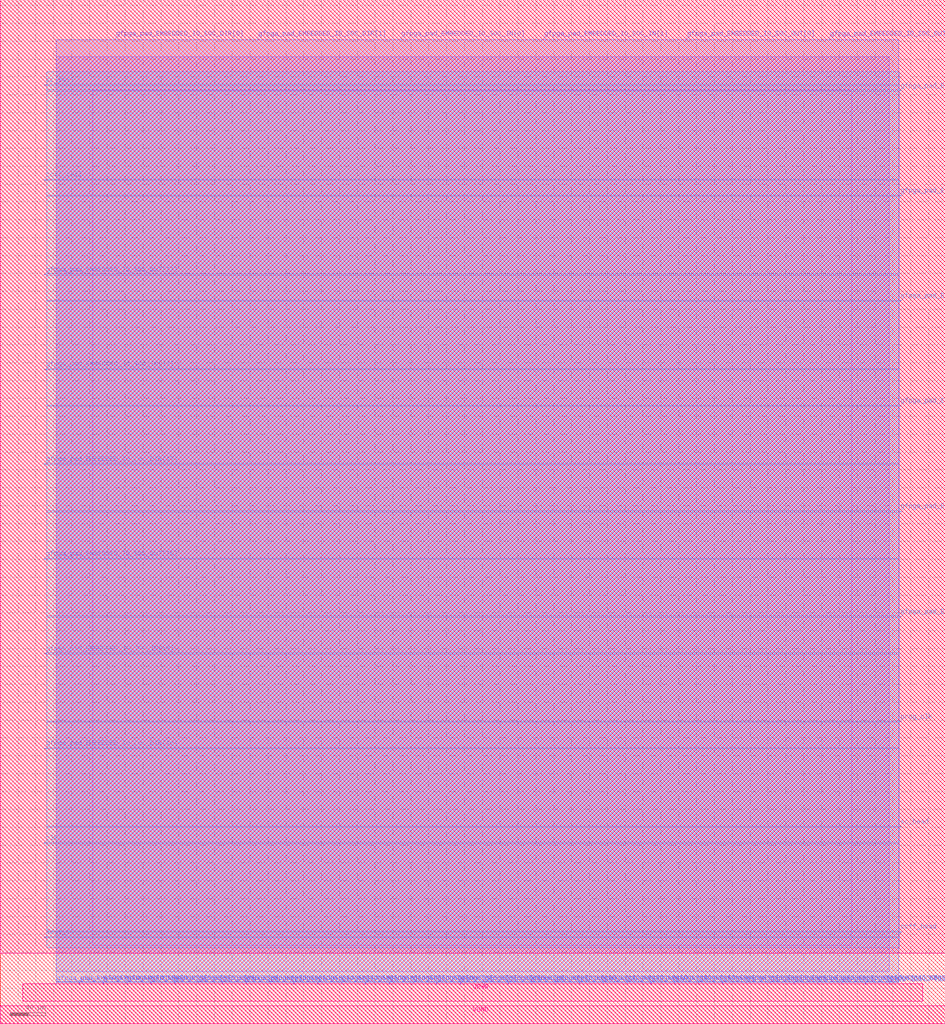
<source format=lef>
VERSION 5.7 ;
  NOWIREEXTENSIONATPIN ON ;
  DIVIDERCHAR "/" ;
  BUSBITCHARS "[]" ;
MACRO fpga_core
  CLASS BLOCK ;
  FOREIGN fpga_core ;
  ORIGIN 0.000 0.000 ;
  SIZE 1058.520 BY 1146.320 ;
  PIN Test_en
    DIRECTION INPUT ;
    PORT
      LAYER met3 ;
        RECT 49.480 96.520 51.880 97.120 ;
    END
  END Test_en
  PIN ccff_head
    DIRECTION INPUT ;
    PORT
      LAYER met3 ;
        RECT 1007.080 102.640 1009.480 103.240 ;
    END
  END ccff_head
  PIN ccff_tail
    DIRECTION OUTPUT TRISTATE ;
    PORT
      LAYER met3 ;
        RECT 49.480 944.480 51.880 945.080 ;
    END
  END ccff_tail
  PIN clk
    DIRECTION INPUT ;
    PORT
      LAYER met3 ;
        RECT 49.480 201.920 51.880 202.520 ;
    END
  END clk
  PIN gfpga_pad_EMBEDDED_IO_SOC_DIR[0]
    DIRECTION OUTPUT TRISTATE ;
    PORT
      LAYER met2 ;
        RECT 129.150 1101.720 129.430 1104.120 ;
    END
  END gfpga_pad_EMBEDDED_IO_SOC_DIR[0]
  PIN gfpga_pad_EMBEDDED_IO_SOC_DIR[10]
    DIRECTION OUTPUT TRISTATE ;
    PORT
      LAYER met2 ;
        RECT 542.230 44.120 542.510 46.520 ;
    END
  END gfpga_pad_EMBEDDED_IO_SOC_DIR[10]
  PIN gfpga_pad_EMBEDDED_IO_SOC_DIR[11]
    DIRECTION OUTPUT TRISTATE ;
    PORT
      LAYER met2 ;
        RECT 568.910 44.120 569.190 46.520 ;
    END
  END gfpga_pad_EMBEDDED_IO_SOC_DIR[11]
  PIN gfpga_pad_EMBEDDED_IO_SOC_DIR[12]
    DIRECTION OUTPUT TRISTATE ;
    PORT
      LAYER met2 ;
        RECT 595.590 44.120 595.870 46.520 ;
    END
  END gfpga_pad_EMBEDDED_IO_SOC_DIR[12]
  PIN gfpga_pad_EMBEDDED_IO_SOC_DIR[13]
    DIRECTION OUTPUT TRISTATE ;
    PORT
      LAYER met2 ;
        RECT 622.270 44.120 622.550 46.520 ;
    END
  END gfpga_pad_EMBEDDED_IO_SOC_DIR[13]
  PIN gfpga_pad_EMBEDDED_IO_SOC_DIR[14]
    DIRECTION OUTPUT TRISTATE ;
    PORT
      LAYER met2 ;
        RECT 648.950 44.120 649.230 46.520 ;
    END
  END gfpga_pad_EMBEDDED_IO_SOC_DIR[14]
  PIN gfpga_pad_EMBEDDED_IO_SOC_DIR[15]
    DIRECTION OUTPUT TRISTATE ;
    PORT
      LAYER met2 ;
        RECT 675.630 44.120 675.910 46.520 ;
    END
  END gfpga_pad_EMBEDDED_IO_SOC_DIR[15]
  PIN gfpga_pad_EMBEDDED_IO_SOC_DIR[16]
    DIRECTION OUTPUT TRISTATE ;
    PORT
      LAYER met3 ;
        RECT 49.480 308.000 51.880 308.600 ;
    END
  END gfpga_pad_EMBEDDED_IO_SOC_DIR[16]
  PIN gfpga_pad_EMBEDDED_IO_SOC_DIR[17]
    DIRECTION OUTPUT TRISTATE ;
    PORT
      LAYER met3 ;
        RECT 49.480 626.240 51.880 626.840 ;
    END
  END gfpga_pad_EMBEDDED_IO_SOC_DIR[17]
  PIN gfpga_pad_EMBEDDED_IO_SOC_DIR[1]
    DIRECTION OUTPUT TRISTATE ;
    PORT
      LAYER met2 ;
        RECT 288.770 1101.720 289.050 1104.120 ;
    END
  END gfpga_pad_EMBEDDED_IO_SOC_DIR[1]
  PIN gfpga_pad_EMBEDDED_IO_SOC_DIR[2]
    DIRECTION OUTPUT TRISTATE ;
    PORT
      LAYER met3 ;
        RECT 1007.080 455.560 1009.480 456.160 ;
    END
  END gfpga_pad_EMBEDDED_IO_SOC_DIR[2]
  PIN gfpga_pad_EMBEDDED_IO_SOC_DIR[3]
    DIRECTION OUTPUT TRISTATE ;
    PORT
      LAYER met3 ;
        RECT 1007.080 573.200 1009.480 573.800 ;
    END
  END gfpga_pad_EMBEDDED_IO_SOC_DIR[3]
  PIN gfpga_pad_EMBEDDED_IO_SOC_DIR[4]
    DIRECTION OUTPUT TRISTATE ;
    PORT
      LAYER met2 ;
        RECT 62.450 44.120 62.730 46.520 ;
    END
  END gfpga_pad_EMBEDDED_IO_SOC_DIR[4]
  PIN gfpga_pad_EMBEDDED_IO_SOC_DIR[5]
    DIRECTION OUTPUT TRISTATE ;
    PORT
      LAYER met2 ;
        RECT 88.670 44.120 88.950 46.520 ;
    END
  END gfpga_pad_EMBEDDED_IO_SOC_DIR[5]
  PIN gfpga_pad_EMBEDDED_IO_SOC_DIR[6]
    DIRECTION OUTPUT TRISTATE ;
    PORT
      LAYER met2 ;
        RECT 115.350 44.120 115.630 46.520 ;
    END
  END gfpga_pad_EMBEDDED_IO_SOC_DIR[6]
  PIN gfpga_pad_EMBEDDED_IO_SOC_DIR[7]
    DIRECTION OUTPUT TRISTATE ;
    PORT
      LAYER met2 ;
        RECT 142.030 44.120 142.310 46.520 ;
    END
  END gfpga_pad_EMBEDDED_IO_SOC_DIR[7]
  PIN gfpga_pad_EMBEDDED_IO_SOC_DIR[8]
    DIRECTION OUTPUT TRISTATE ;
    PORT
      LAYER met2 ;
        RECT 168.710 44.120 168.990 46.520 ;
    END
  END gfpga_pad_EMBEDDED_IO_SOC_DIR[8]
  PIN gfpga_pad_EMBEDDED_IO_SOC_DIR[9]
    DIRECTION OUTPUT TRISTATE ;
    PORT
      LAYER met2 ;
        RECT 195.390 44.120 195.670 46.520 ;
    END
  END gfpga_pad_EMBEDDED_IO_SOC_DIR[9]
  PIN gfpga_pad_EMBEDDED_IO_SOC_IN[0]
    DIRECTION INPUT ;
    PORT
      LAYER met2 ;
        RECT 448.850 1101.720 449.130 1104.120 ;
    END
  END gfpga_pad_EMBEDDED_IO_SOC_IN[0]
  PIN gfpga_pad_EMBEDDED_IO_SOC_IN[10]
    DIRECTION INPUT ;
    PORT
      LAYER met2 ;
        RECT 702.310 44.120 702.590 46.520 ;
    END
  END gfpga_pad_EMBEDDED_IO_SOC_IN[10]
  PIN gfpga_pad_EMBEDDED_IO_SOC_IN[11]
    DIRECTION INPUT ;
    PORT
      LAYER met2 ;
        RECT 728.990 44.120 729.270 46.520 ;
    END
  END gfpga_pad_EMBEDDED_IO_SOC_IN[11]
  PIN gfpga_pad_EMBEDDED_IO_SOC_IN[12]
    DIRECTION INPUT ;
    PORT
      LAYER met2 ;
        RECT 755.670 44.120 755.950 46.520 ;
    END
  END gfpga_pad_EMBEDDED_IO_SOC_IN[12]
  PIN gfpga_pad_EMBEDDED_IO_SOC_IN[13]
    DIRECTION INPUT ;
    PORT
      LAYER met2 ;
        RECT 782.350 44.120 782.630 46.520 ;
    END
  END gfpga_pad_EMBEDDED_IO_SOC_IN[13]
  PIN gfpga_pad_EMBEDDED_IO_SOC_IN[14]
    DIRECTION INPUT ;
    PORT
      LAYER met2 ;
        RECT 809.030 44.120 809.310 46.520 ;
    END
  END gfpga_pad_EMBEDDED_IO_SOC_IN[14]
  PIN gfpga_pad_EMBEDDED_IO_SOC_IN[15]
    DIRECTION INPUT ;
    PORT
      LAYER met2 ;
        RECT 835.710 44.120 835.990 46.520 ;
    END
  END gfpga_pad_EMBEDDED_IO_SOC_IN[15]
  PIN gfpga_pad_EMBEDDED_IO_SOC_IN[16]
    DIRECTION INPUT ;
    PORT
      LAYER met3 ;
        RECT 49.480 414.080 51.880 414.680 ;
    END
  END gfpga_pad_EMBEDDED_IO_SOC_IN[16]
  PIN gfpga_pad_EMBEDDED_IO_SOC_IN[17]
    DIRECTION INPUT ;
    PORT
      LAYER met3 ;
        RECT 49.480 732.320 51.880 732.920 ;
    END
  END gfpga_pad_EMBEDDED_IO_SOC_IN[17]
  PIN gfpga_pad_EMBEDDED_IO_SOC_IN[1]
    DIRECTION INPUT ;
    PORT
      LAYER met2 ;
        RECT 608.930 1101.720 609.210 1104.120 ;
    END
  END gfpga_pad_EMBEDDED_IO_SOC_IN[1]
  PIN gfpga_pad_EMBEDDED_IO_SOC_IN[2]
    DIRECTION INPUT ;
    PORT
      LAYER met3 ;
        RECT 1007.080 691.520 1009.480 692.120 ;
    END
  END gfpga_pad_EMBEDDED_IO_SOC_IN[2]
  PIN gfpga_pad_EMBEDDED_IO_SOC_IN[3]
    DIRECTION INPUT ;
    PORT
      LAYER met3 ;
        RECT 1007.080 809.160 1009.480 809.760 ;
    END
  END gfpga_pad_EMBEDDED_IO_SOC_IN[3]
  PIN gfpga_pad_EMBEDDED_IO_SOC_IN[4]
    DIRECTION INPUT ;
    PORT
      LAYER met2 ;
        RECT 222.070 44.120 222.350 46.520 ;
    END
  END gfpga_pad_EMBEDDED_IO_SOC_IN[4]
  PIN gfpga_pad_EMBEDDED_IO_SOC_IN[5]
    DIRECTION INPUT ;
    PORT
      LAYER met2 ;
        RECT 248.750 44.120 249.030 46.520 ;
    END
  END gfpga_pad_EMBEDDED_IO_SOC_IN[5]
  PIN gfpga_pad_EMBEDDED_IO_SOC_IN[6]
    DIRECTION INPUT ;
    PORT
      LAYER met2 ;
        RECT 275.430 44.120 275.710 46.520 ;
    END
  END gfpga_pad_EMBEDDED_IO_SOC_IN[6]
  PIN gfpga_pad_EMBEDDED_IO_SOC_IN[7]
    DIRECTION INPUT ;
    PORT
      LAYER met2 ;
        RECT 302.110 44.120 302.390 46.520 ;
    END
  END gfpga_pad_EMBEDDED_IO_SOC_IN[7]
  PIN gfpga_pad_EMBEDDED_IO_SOC_IN[8]
    DIRECTION INPUT ;
    PORT
      LAYER met2 ;
        RECT 328.790 44.120 329.070 46.520 ;
    END
  END gfpga_pad_EMBEDDED_IO_SOC_IN[8]
  PIN gfpga_pad_EMBEDDED_IO_SOC_IN[9]
    DIRECTION INPUT ;
    PORT
      LAYER met2 ;
        RECT 355.470 44.120 355.750 46.520 ;
    END
  END gfpga_pad_EMBEDDED_IO_SOC_IN[9]
  PIN gfpga_pad_EMBEDDED_IO_SOC_OUT[0]
    DIRECTION OUTPUT TRISTATE ;
    PORT
      LAYER met2 ;
        RECT 769.010 1101.720 769.290 1104.120 ;
    END
  END gfpga_pad_EMBEDDED_IO_SOC_OUT[0]
  PIN gfpga_pad_EMBEDDED_IO_SOC_OUT[10]
    DIRECTION OUTPUT TRISTATE ;
    PORT
      LAYER met2 ;
        RECT 862.390 44.120 862.670 46.520 ;
    END
  END gfpga_pad_EMBEDDED_IO_SOC_OUT[10]
  PIN gfpga_pad_EMBEDDED_IO_SOC_OUT[11]
    DIRECTION OUTPUT TRISTATE ;
    PORT
      LAYER met2 ;
        RECT 889.070 44.120 889.350 46.520 ;
    END
  END gfpga_pad_EMBEDDED_IO_SOC_OUT[11]
  PIN gfpga_pad_EMBEDDED_IO_SOC_OUT[12]
    DIRECTION OUTPUT TRISTATE ;
    PORT
      LAYER met2 ;
        RECT 915.750 44.120 916.030 46.520 ;
    END
  END gfpga_pad_EMBEDDED_IO_SOC_OUT[12]
  PIN gfpga_pad_EMBEDDED_IO_SOC_OUT[13]
    DIRECTION OUTPUT TRISTATE ;
    PORT
      LAYER met2 ;
        RECT 942.430 44.120 942.710 46.520 ;
    END
  END gfpga_pad_EMBEDDED_IO_SOC_OUT[13]
  PIN gfpga_pad_EMBEDDED_IO_SOC_OUT[14]
    DIRECTION OUTPUT TRISTATE ;
    PORT
      LAYER met2 ;
        RECT 969.110 44.120 969.390 46.520 ;
    END
  END gfpga_pad_EMBEDDED_IO_SOC_OUT[14]
  PIN gfpga_pad_EMBEDDED_IO_SOC_OUT[15]
    DIRECTION OUTPUT TRISTATE ;
    PORT
      LAYER met2 ;
        RECT 995.790 44.120 996.070 46.520 ;
    END
  END gfpga_pad_EMBEDDED_IO_SOC_OUT[15]
  PIN gfpga_pad_EMBEDDED_IO_SOC_OUT[16]
    DIRECTION OUTPUT TRISTATE ;
    PORT
      LAYER met3 ;
        RECT 49.480 520.160 51.880 520.760 ;
    END
  END gfpga_pad_EMBEDDED_IO_SOC_OUT[16]
  PIN gfpga_pad_EMBEDDED_IO_SOC_OUT[17]
    DIRECTION OUTPUT TRISTATE ;
    PORT
      LAYER met3 ;
        RECT 49.480 838.400 51.880 839.000 ;
    END
  END gfpga_pad_EMBEDDED_IO_SOC_OUT[17]
  PIN gfpga_pad_EMBEDDED_IO_SOC_OUT[1]
    DIRECTION OUTPUT TRISTATE ;
    PORT
      LAYER met2 ;
        RECT 929.090 1101.720 929.370 1104.120 ;
    END
  END gfpga_pad_EMBEDDED_IO_SOC_OUT[1]
  PIN gfpga_pad_EMBEDDED_IO_SOC_OUT[2]
    DIRECTION OUTPUT TRISTATE ;
    PORT
      LAYER met3 ;
        RECT 1007.080 926.800 1009.480 927.400 ;
    END
  END gfpga_pad_EMBEDDED_IO_SOC_OUT[2]
  PIN gfpga_pad_EMBEDDED_IO_SOC_OUT[3]
    DIRECTION OUTPUT TRISTATE ;
    PORT
      LAYER met3 ;
        RECT 1007.080 1044.440 1009.480 1045.040 ;
    END
  END gfpga_pad_EMBEDDED_IO_SOC_OUT[3]
  PIN gfpga_pad_EMBEDDED_IO_SOC_OUT[4]
    DIRECTION OUTPUT TRISTATE ;
    PORT
      LAYER met2 ;
        RECT 382.150 44.120 382.430 46.520 ;
    END
  END gfpga_pad_EMBEDDED_IO_SOC_OUT[4]
  PIN gfpga_pad_EMBEDDED_IO_SOC_OUT[5]
    DIRECTION OUTPUT TRISTATE ;
    PORT
      LAYER met2 ;
        RECT 408.830 44.120 409.110 46.520 ;
    END
  END gfpga_pad_EMBEDDED_IO_SOC_OUT[5]
  PIN gfpga_pad_EMBEDDED_IO_SOC_OUT[6]
    DIRECTION OUTPUT TRISTATE ;
    PORT
      LAYER met2 ;
        RECT 435.510 44.120 435.790 46.520 ;
    END
  END gfpga_pad_EMBEDDED_IO_SOC_OUT[6]
  PIN gfpga_pad_EMBEDDED_IO_SOC_OUT[7]
    DIRECTION OUTPUT TRISTATE ;
    PORT
      LAYER met2 ;
        RECT 462.190 44.120 462.470 46.520 ;
    END
  END gfpga_pad_EMBEDDED_IO_SOC_OUT[7]
  PIN gfpga_pad_EMBEDDED_IO_SOC_OUT[8]
    DIRECTION OUTPUT TRISTATE ;
    PORT
      LAYER met2 ;
        RECT 488.870 44.120 489.150 46.520 ;
    END
  END gfpga_pad_EMBEDDED_IO_SOC_OUT[8]
  PIN gfpga_pad_EMBEDDED_IO_SOC_OUT[9]
    DIRECTION OUTPUT TRISTATE ;
    PORT
      LAYER met2 ;
        RECT 515.550 44.120 515.830 46.520 ;
    END
  END gfpga_pad_EMBEDDED_IO_SOC_OUT[9]
  PIN prog_clk
    DIRECTION INPUT ;
    PORT
      LAYER met3 ;
        RECT 1007.080 337.920 1009.480 338.520 ;
    END
  END prog_clk
  PIN sc_head
    DIRECTION INPUT ;
    PORT
      LAYER met3 ;
        RECT 1007.080 220.280 1009.480 220.880 ;
    END
  END sc_head
  PIN sc_tail
    DIRECTION OUTPUT TRISTATE ;
    PORT
      LAYER met3 ;
        RECT 49.480 1050.560 51.880 1051.160 ;
    END
  END sc_tail
  PIN VPWR
    DIRECTION INPUT ;
    USE POWER ;
    PORT
      LAYER met5 ;
        RECT 25.000 25.000 1033.520 45.000 ;
    END
  END VPWR
  PIN VGND
    DIRECTION INPUT ;
    USE GROUND ;
    PORT
      LAYER met5 ;
        RECT 0.000 0.000 1058.520 20.000 ;
    END
  END VGND
  OBS
      LAYER li1 ;
        RECT 103.555 88.065 953.800 1044.995 ;
      LAYER met1 ;
        RECT 62.430 58.440 996.090 1082.780 ;
      LAYER met2 ;
        RECT 62.460 1101.440 128.870 1101.720 ;
        RECT 129.710 1101.440 288.490 1101.720 ;
        RECT 289.330 1101.440 448.570 1101.720 ;
        RECT 449.410 1101.440 608.650 1101.720 ;
        RECT 609.490 1101.440 768.730 1101.720 ;
        RECT 769.570 1101.440 928.810 1101.720 ;
        RECT 929.650 1101.440 1006.650 1101.720 ;
        RECT 62.460 46.800 1006.650 1101.440 ;
        RECT 63.010 46.520 88.390 46.800 ;
        RECT 89.230 46.520 115.070 46.800 ;
        RECT 115.910 46.520 141.750 46.800 ;
        RECT 142.590 46.520 168.430 46.800 ;
        RECT 169.270 46.520 195.110 46.800 ;
        RECT 195.950 46.520 221.790 46.800 ;
        RECT 222.630 46.520 248.470 46.800 ;
        RECT 249.310 46.520 275.150 46.800 ;
        RECT 275.990 46.520 301.830 46.800 ;
        RECT 302.670 46.520 328.510 46.800 ;
        RECT 329.350 46.520 355.190 46.800 ;
        RECT 356.030 46.520 381.870 46.800 ;
        RECT 382.710 46.520 408.550 46.800 ;
        RECT 409.390 46.520 435.230 46.800 ;
        RECT 436.070 46.520 461.910 46.800 ;
        RECT 462.750 46.520 488.590 46.800 ;
        RECT 489.430 46.520 515.270 46.800 ;
        RECT 516.110 46.520 541.950 46.800 ;
        RECT 542.790 46.520 568.630 46.800 ;
        RECT 569.470 46.520 595.310 46.800 ;
        RECT 596.150 46.520 621.990 46.800 ;
        RECT 622.830 46.520 648.670 46.800 ;
        RECT 649.510 46.520 675.350 46.800 ;
        RECT 676.190 46.520 702.030 46.800 ;
        RECT 702.870 46.520 728.710 46.800 ;
        RECT 729.550 46.520 755.390 46.800 ;
        RECT 756.230 46.520 782.070 46.800 ;
        RECT 782.910 46.520 808.750 46.800 ;
        RECT 809.590 46.520 835.430 46.800 ;
        RECT 836.270 46.520 862.110 46.800 ;
        RECT 862.950 46.520 888.790 46.800 ;
        RECT 889.630 46.520 915.470 46.800 ;
        RECT 916.310 46.520 942.150 46.800 ;
        RECT 942.990 46.520 968.830 46.800 ;
        RECT 969.670 46.520 995.510 46.800 ;
        RECT 996.350 46.520 1006.650 46.800 ;
      LAYER met3 ;
        RECT 51.880 1051.560 1007.080 1065.985 ;
        RECT 52.280 1050.160 1007.080 1051.560 ;
        RECT 51.880 1045.440 1007.080 1050.160 ;
        RECT 51.880 1044.040 1006.680 1045.440 ;
        RECT 51.880 945.480 1007.080 1044.040 ;
        RECT 52.280 944.080 1007.080 945.480 ;
        RECT 51.880 927.800 1007.080 944.080 ;
        RECT 51.880 926.400 1006.680 927.800 ;
        RECT 51.880 839.400 1007.080 926.400 ;
        RECT 52.280 838.000 1007.080 839.400 ;
        RECT 51.880 810.160 1007.080 838.000 ;
        RECT 51.880 808.760 1006.680 810.160 ;
        RECT 51.880 733.320 1007.080 808.760 ;
        RECT 52.280 731.920 1007.080 733.320 ;
        RECT 51.880 692.520 1007.080 731.920 ;
        RECT 51.880 691.120 1006.680 692.520 ;
        RECT 51.880 627.240 1007.080 691.120 ;
        RECT 52.280 625.840 1007.080 627.240 ;
        RECT 51.880 574.200 1007.080 625.840 ;
        RECT 51.880 572.800 1006.680 574.200 ;
        RECT 51.880 521.160 1007.080 572.800 ;
        RECT 52.280 519.760 1007.080 521.160 ;
        RECT 51.880 456.560 1007.080 519.760 ;
        RECT 51.880 455.160 1006.680 456.560 ;
        RECT 51.880 415.080 1007.080 455.160 ;
        RECT 52.280 413.680 1007.080 415.080 ;
        RECT 51.880 338.920 1007.080 413.680 ;
        RECT 51.880 337.520 1006.680 338.920 ;
        RECT 51.880 309.000 1007.080 337.520 ;
        RECT 52.280 307.600 1007.080 309.000 ;
        RECT 51.880 221.280 1007.080 307.600 ;
        RECT 51.880 219.880 1006.680 221.280 ;
        RECT 51.880 202.920 1007.080 219.880 ;
        RECT 52.280 201.520 1007.080 202.920 ;
        RECT 51.880 103.640 1007.080 201.520 ;
        RECT 51.880 102.240 1006.680 103.640 ;
        RECT 51.880 97.520 1007.080 102.240 ;
        RECT 52.280 96.120 1007.080 97.520 ;
        RECT 51.880 85.095 1007.080 96.120 ;
      LAYER met4 ;
        RECT 0.000 0.000 1058.520 1146.320 ;
      LAYER met5 ;
        RECT 0.000 79.200 1058.520 1146.320 ;
  END
END fpga_core
END LIBRARY


</source>
